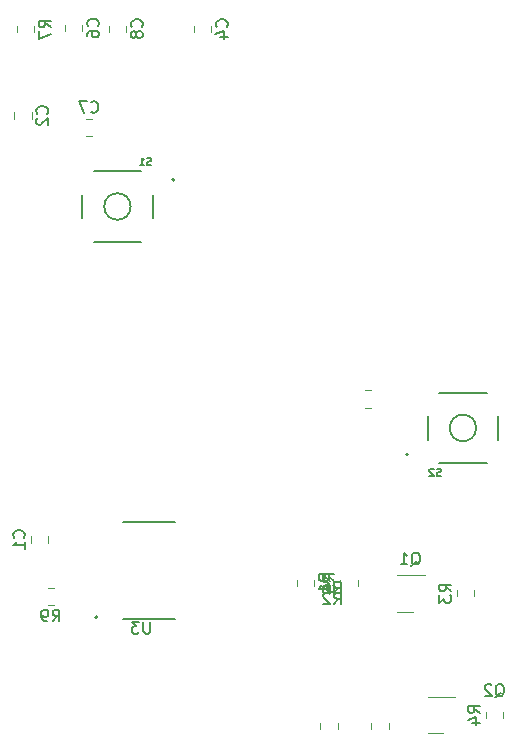
<source format=gbo>
%TF.GenerationSoftware,KiCad,Pcbnew,(6.0.2)*%
%TF.CreationDate,2022-05-17T13:56:57+02:00*%
%TF.ProjectId,PCB_VuilBak,5043425f-5675-4696-9c42-616b2e6b6963,rev?*%
%TF.SameCoordinates,Original*%
%TF.FileFunction,Legend,Bot*%
%TF.FilePolarity,Positive*%
%FSLAX46Y46*%
G04 Gerber Fmt 4.6, Leading zero omitted, Abs format (unit mm)*
G04 Created by KiCad (PCBNEW (6.0.2)) date 2022-05-17 13:56:57*
%MOMM*%
%LPD*%
G01*
G04 APERTURE LIST*
%ADD10C,0.150000*%
%ADD11C,0.120000*%
%ADD12C,0.127000*%
%ADD13C,0.200000*%
G04 APERTURE END LIST*
D10*
%TO.C,C8*%
X147937142Y-27883333D02*
X147984761Y-27835714D01*
X148032380Y-27692857D01*
X148032380Y-27597619D01*
X147984761Y-27454761D01*
X147889523Y-27359523D01*
X147794285Y-27311904D01*
X147603809Y-27264285D01*
X147460952Y-27264285D01*
X147270476Y-27311904D01*
X147175238Y-27359523D01*
X147080000Y-27454761D01*
X147032380Y-27597619D01*
X147032380Y-27692857D01*
X147080000Y-27835714D01*
X147127619Y-27883333D01*
X147460952Y-28454761D02*
X147413333Y-28359523D01*
X147365714Y-28311904D01*
X147270476Y-28264285D01*
X147222857Y-28264285D01*
X147127619Y-28311904D01*
X147080000Y-28359523D01*
X147032380Y-28454761D01*
X147032380Y-28645238D01*
X147080000Y-28740476D01*
X147127619Y-28788095D01*
X147222857Y-28835714D01*
X147270476Y-28835714D01*
X147365714Y-28788095D01*
X147413333Y-28740476D01*
X147460952Y-28645238D01*
X147460952Y-28454761D01*
X147508571Y-28359523D01*
X147556190Y-28311904D01*
X147651428Y-28264285D01*
X147841904Y-28264285D01*
X147937142Y-28311904D01*
X147984761Y-28359523D01*
X148032380Y-28454761D01*
X148032380Y-28645238D01*
X147984761Y-28740476D01*
X147937142Y-28788095D01*
X147841904Y-28835714D01*
X147651428Y-28835714D01*
X147556190Y-28788095D01*
X147508571Y-28740476D01*
X147460952Y-28645238D01*
%TO.C,R9*%
X140416666Y-78232380D02*
X140750000Y-77756190D01*
X140988095Y-78232380D02*
X140988095Y-77232380D01*
X140607142Y-77232380D01*
X140511904Y-77280000D01*
X140464285Y-77327619D01*
X140416666Y-77422857D01*
X140416666Y-77565714D01*
X140464285Y-77660952D01*
X140511904Y-77708571D01*
X140607142Y-77756190D01*
X140988095Y-77756190D01*
X139940476Y-78232380D02*
X139750000Y-78232380D01*
X139654761Y-78184761D01*
X139607142Y-78137142D01*
X139511904Y-77994285D01*
X139464285Y-77803809D01*
X139464285Y-77422857D01*
X139511904Y-77327619D01*
X139559523Y-77280000D01*
X139654761Y-77232380D01*
X139845238Y-77232380D01*
X139940476Y-77280000D01*
X139988095Y-77327619D01*
X140035714Y-77422857D01*
X140035714Y-77660952D01*
X139988095Y-77756190D01*
X139940476Y-77803809D01*
X139845238Y-77851428D01*
X139654761Y-77851428D01*
X139559523Y-77803809D01*
X139511904Y-77756190D01*
X139464285Y-77660952D01*
%TO.C,U3*%
X148671904Y-78259380D02*
X148671904Y-79068904D01*
X148624285Y-79164142D01*
X148576666Y-79211761D01*
X148481428Y-79259380D01*
X148290952Y-79259380D01*
X148195714Y-79211761D01*
X148148095Y-79164142D01*
X148100476Y-79068904D01*
X148100476Y-78259380D01*
X147719523Y-78259380D02*
X147100476Y-78259380D01*
X147433809Y-78640333D01*
X147290952Y-78640333D01*
X147195714Y-78687952D01*
X147148095Y-78735571D01*
X147100476Y-78830809D01*
X147100476Y-79068904D01*
X147148095Y-79164142D01*
X147195714Y-79211761D01*
X147290952Y-79259380D01*
X147576666Y-79259380D01*
X147671904Y-79211761D01*
X147719523Y-79164142D01*
%TO.C,R3*%
X174153630Y-75683333D02*
X173677440Y-75350000D01*
X174153630Y-75111904D02*
X173153630Y-75111904D01*
X173153630Y-75492857D01*
X173201250Y-75588095D01*
X173248869Y-75635714D01*
X173344107Y-75683333D01*
X173486964Y-75683333D01*
X173582202Y-75635714D01*
X173629821Y-75588095D01*
X173677440Y-75492857D01*
X173677440Y-75111904D01*
X173153630Y-76016666D02*
X173153630Y-76635714D01*
X173534583Y-76302380D01*
X173534583Y-76445238D01*
X173582202Y-76540476D01*
X173629821Y-76588095D01*
X173725059Y-76635714D01*
X173963154Y-76635714D01*
X174058392Y-76588095D01*
X174106011Y-76540476D01*
X174153630Y-76445238D01*
X174153630Y-76159523D01*
X174106011Y-76064285D01*
X174058392Y-76016666D01*
%TO.C,R7*%
X140232380Y-27933333D02*
X139756190Y-27600000D01*
X140232380Y-27361904D02*
X139232380Y-27361904D01*
X139232380Y-27742857D01*
X139280000Y-27838095D01*
X139327619Y-27885714D01*
X139422857Y-27933333D01*
X139565714Y-27933333D01*
X139660952Y-27885714D01*
X139708571Y-27838095D01*
X139756190Y-27742857D01*
X139756190Y-27361904D01*
X139232380Y-28266666D02*
X139232380Y-28933333D01*
X140232380Y-28504761D01*
%TO.C,Q1*%
X170776488Y-73497619D02*
X170871726Y-73450000D01*
X170966964Y-73354761D01*
X171109821Y-73211904D01*
X171205059Y-73164285D01*
X171300297Y-73164285D01*
X171252678Y-73402380D02*
X171347916Y-73354761D01*
X171443154Y-73259523D01*
X171490773Y-73069047D01*
X171490773Y-72735714D01*
X171443154Y-72545238D01*
X171347916Y-72450000D01*
X171252678Y-72402380D01*
X171062202Y-72402380D01*
X170966964Y-72450000D01*
X170871726Y-72545238D01*
X170824107Y-72735714D01*
X170824107Y-73069047D01*
X170871726Y-73259523D01*
X170966964Y-73354761D01*
X171062202Y-73402380D01*
X171252678Y-73402380D01*
X169871726Y-73402380D02*
X170443154Y-73402380D01*
X170157440Y-73402380D02*
X170157440Y-72402380D01*
X170252678Y-72545238D01*
X170347916Y-72640476D01*
X170443154Y-72688095D01*
%TO.C,C1*%
X137977142Y-71133333D02*
X138024761Y-71085714D01*
X138072380Y-70942857D01*
X138072380Y-70847619D01*
X138024761Y-70704761D01*
X137929523Y-70609523D01*
X137834285Y-70561904D01*
X137643809Y-70514285D01*
X137500952Y-70514285D01*
X137310476Y-70561904D01*
X137215238Y-70609523D01*
X137120000Y-70704761D01*
X137072380Y-70847619D01*
X137072380Y-70942857D01*
X137120000Y-71085714D01*
X137167619Y-71133333D01*
X138072380Y-72085714D02*
X138072380Y-71514285D01*
X138072380Y-71800000D02*
X137072380Y-71800000D01*
X137215238Y-71704761D01*
X137310476Y-71609523D01*
X137358095Y-71514285D01*
%TO.C,S2*%
X173275981Y-65891853D02*
X173185879Y-65921887D01*
X173035709Y-65921887D01*
X172975641Y-65891853D01*
X172945607Y-65861819D01*
X172915573Y-65801751D01*
X172915573Y-65741683D01*
X172945607Y-65681615D01*
X172975641Y-65651581D01*
X173035709Y-65621547D01*
X173155845Y-65591513D01*
X173215913Y-65561479D01*
X173245947Y-65531445D01*
X173275981Y-65471377D01*
X173275981Y-65411309D01*
X173245947Y-65351241D01*
X173215913Y-65321207D01*
X173155845Y-65291173D01*
X173005675Y-65291173D01*
X172915573Y-65321207D01*
X172675301Y-65351241D02*
X172645267Y-65321207D01*
X172585199Y-65291173D01*
X172435029Y-65291173D01*
X172374961Y-65321207D01*
X172344927Y-65351241D01*
X172314893Y-65411309D01*
X172314893Y-65471377D01*
X172344927Y-65561479D01*
X172705335Y-65921887D01*
X172314893Y-65921887D01*
%TO.C,C6*%
X144237142Y-27833333D02*
X144284761Y-27785714D01*
X144332380Y-27642857D01*
X144332380Y-27547619D01*
X144284761Y-27404761D01*
X144189523Y-27309523D01*
X144094285Y-27261904D01*
X143903809Y-27214285D01*
X143760952Y-27214285D01*
X143570476Y-27261904D01*
X143475238Y-27309523D01*
X143380000Y-27404761D01*
X143332380Y-27547619D01*
X143332380Y-27642857D01*
X143380000Y-27785714D01*
X143427619Y-27833333D01*
X143332380Y-28690476D02*
X143332380Y-28500000D01*
X143380000Y-28404761D01*
X143427619Y-28357142D01*
X143570476Y-28261904D01*
X143760952Y-28214285D01*
X144141904Y-28214285D01*
X144237142Y-28261904D01*
X144284761Y-28309523D01*
X144332380Y-28404761D01*
X144332380Y-28595238D01*
X144284761Y-28690476D01*
X144237142Y-28738095D01*
X144141904Y-28785714D01*
X143903809Y-28785714D01*
X143808571Y-28738095D01*
X143760952Y-28690476D01*
X143713333Y-28595238D01*
X143713333Y-28404761D01*
X143760952Y-28309523D01*
X143808571Y-28261904D01*
X143903809Y-28214285D01*
%TO.C,R2*%
X164266666Y-76797380D02*
X164600000Y-76321190D01*
X164838095Y-76797380D02*
X164838095Y-75797380D01*
X164457142Y-75797380D01*
X164361904Y-75845000D01*
X164314285Y-75892619D01*
X164266666Y-75987857D01*
X164266666Y-76130714D01*
X164314285Y-76225952D01*
X164361904Y-76273571D01*
X164457142Y-76321190D01*
X164838095Y-76321190D01*
X163885714Y-75892619D02*
X163838095Y-75845000D01*
X163742857Y-75797380D01*
X163504761Y-75797380D01*
X163409523Y-75845000D01*
X163361904Y-75892619D01*
X163314285Y-75987857D01*
X163314285Y-76083095D01*
X163361904Y-76225952D01*
X163933333Y-76797380D01*
X163314285Y-76797380D01*
%TO.C,R4*%
X176597380Y-85983333D02*
X176121190Y-85650000D01*
X176597380Y-85411904D02*
X175597380Y-85411904D01*
X175597380Y-85792857D01*
X175645000Y-85888095D01*
X175692619Y-85935714D01*
X175787857Y-85983333D01*
X175930714Y-85983333D01*
X176025952Y-85935714D01*
X176073571Y-85888095D01*
X176121190Y-85792857D01*
X176121190Y-85411904D01*
X175930714Y-86840476D02*
X176597380Y-86840476D01*
X175549761Y-86602380D02*
X176264047Y-86364285D01*
X176264047Y-86983333D01*
%TO.C,C7*%
X143666666Y-35077142D02*
X143714285Y-35124761D01*
X143857142Y-35172380D01*
X143952380Y-35172380D01*
X144095238Y-35124761D01*
X144190476Y-35029523D01*
X144238095Y-34934285D01*
X144285714Y-34743809D01*
X144285714Y-34600952D01*
X144238095Y-34410476D01*
X144190476Y-34315238D01*
X144095238Y-34220000D01*
X143952380Y-34172380D01*
X143857142Y-34172380D01*
X143714285Y-34220000D01*
X143666666Y-34267619D01*
X143333333Y-34172380D02*
X142666666Y-34172380D01*
X143095238Y-35172380D01*
%TO.C,R1*%
X163932380Y-74783333D02*
X163456190Y-74450000D01*
X163932380Y-74211904D02*
X162932380Y-74211904D01*
X162932380Y-74592857D01*
X162980000Y-74688095D01*
X163027619Y-74735714D01*
X163122857Y-74783333D01*
X163265714Y-74783333D01*
X163360952Y-74735714D01*
X163408571Y-74688095D01*
X163456190Y-74592857D01*
X163456190Y-74211904D01*
X163932380Y-75735714D02*
X163932380Y-75164285D01*
X163932380Y-75450000D02*
X162932380Y-75450000D01*
X163075238Y-75354761D01*
X163170476Y-75259523D01*
X163218095Y-75164285D01*
%TO.C,C2*%
X139937142Y-35233333D02*
X139984761Y-35185714D01*
X140032380Y-35042857D01*
X140032380Y-34947619D01*
X139984761Y-34804761D01*
X139889523Y-34709523D01*
X139794285Y-34661904D01*
X139603809Y-34614285D01*
X139460952Y-34614285D01*
X139270476Y-34661904D01*
X139175238Y-34709523D01*
X139080000Y-34804761D01*
X139032380Y-34947619D01*
X139032380Y-35042857D01*
X139080000Y-35185714D01*
X139127619Y-35233333D01*
X139127619Y-35614285D02*
X139080000Y-35661904D01*
X139032380Y-35757142D01*
X139032380Y-35995238D01*
X139080000Y-36090476D01*
X139127619Y-36138095D01*
X139222857Y-36185714D01*
X139318095Y-36185714D01*
X139460952Y-36138095D01*
X140032380Y-35566666D01*
X140032380Y-36185714D01*
%TO.C,R5*%
X164272380Y-74783333D02*
X163796190Y-74450000D01*
X164272380Y-74211904D02*
X163272380Y-74211904D01*
X163272380Y-74592857D01*
X163320000Y-74688095D01*
X163367619Y-74735714D01*
X163462857Y-74783333D01*
X163605714Y-74783333D01*
X163700952Y-74735714D01*
X163748571Y-74688095D01*
X163796190Y-74592857D01*
X163796190Y-74211904D01*
X163272380Y-75688095D02*
X163272380Y-75211904D01*
X163748571Y-75164285D01*
X163700952Y-75211904D01*
X163653333Y-75307142D01*
X163653333Y-75545238D01*
X163700952Y-75640476D01*
X163748571Y-75688095D01*
X163843809Y-75735714D01*
X164081904Y-75735714D01*
X164177142Y-75688095D01*
X164224761Y-75640476D01*
X164272380Y-75545238D01*
X164272380Y-75307142D01*
X164224761Y-75211904D01*
X164177142Y-75164285D01*
%TO.C,R6*%
X164216666Y-75857380D02*
X164550000Y-75381190D01*
X164788095Y-75857380D02*
X164788095Y-74857380D01*
X164407142Y-74857380D01*
X164311904Y-74905000D01*
X164264285Y-74952619D01*
X164216666Y-75047857D01*
X164216666Y-75190714D01*
X164264285Y-75285952D01*
X164311904Y-75333571D01*
X164407142Y-75381190D01*
X164788095Y-75381190D01*
X163359523Y-74857380D02*
X163550000Y-74857380D01*
X163645238Y-74905000D01*
X163692857Y-74952619D01*
X163788095Y-75095476D01*
X163835714Y-75285952D01*
X163835714Y-75666904D01*
X163788095Y-75762142D01*
X163740476Y-75809761D01*
X163645238Y-75857380D01*
X163454761Y-75857380D01*
X163359523Y-75809761D01*
X163311904Y-75762142D01*
X163264285Y-75666904D01*
X163264285Y-75428809D01*
X163311904Y-75333571D01*
X163359523Y-75285952D01*
X163454761Y-75238333D01*
X163645238Y-75238333D01*
X163740476Y-75285952D01*
X163788095Y-75333571D01*
X163835714Y-75428809D01*
%TO.C,Q2*%
X177882738Y-84647619D02*
X177977976Y-84600000D01*
X178073214Y-84504761D01*
X178216071Y-84361904D01*
X178311309Y-84314285D01*
X178406547Y-84314285D01*
X178358928Y-84552380D02*
X178454166Y-84504761D01*
X178549404Y-84409523D01*
X178597023Y-84219047D01*
X178597023Y-83885714D01*
X178549404Y-83695238D01*
X178454166Y-83600000D01*
X178358928Y-83552380D01*
X178168452Y-83552380D01*
X178073214Y-83600000D01*
X177977976Y-83695238D01*
X177930357Y-83885714D01*
X177930357Y-84219047D01*
X177977976Y-84409523D01*
X178073214Y-84504761D01*
X178168452Y-84552380D01*
X178358928Y-84552380D01*
X177549404Y-83647619D02*
X177501785Y-83600000D01*
X177406547Y-83552380D01*
X177168452Y-83552380D01*
X177073214Y-83600000D01*
X177025595Y-83647619D01*
X176977976Y-83742857D01*
X176977976Y-83838095D01*
X177025595Y-83980952D01*
X177597023Y-84552380D01*
X176977976Y-84552380D01*
%TO.C,S1*%
X148735107Y-39568725D02*
X148645005Y-39598759D01*
X148494835Y-39598759D01*
X148434767Y-39568725D01*
X148404733Y-39538691D01*
X148374699Y-39478623D01*
X148374699Y-39418555D01*
X148404733Y-39358487D01*
X148434767Y-39328453D01*
X148494835Y-39298419D01*
X148614971Y-39268385D01*
X148675039Y-39238351D01*
X148705073Y-39208317D01*
X148735107Y-39148249D01*
X148735107Y-39088181D01*
X148705073Y-39028113D01*
X148675039Y-38998079D01*
X148614971Y-38968045D01*
X148464801Y-38968045D01*
X148374699Y-38998079D01*
X147774019Y-39598759D02*
X148134427Y-39598759D01*
X147954223Y-39598759D02*
X147954223Y-38968045D01*
X148014291Y-39058147D01*
X148074359Y-39118215D01*
X148134427Y-39148249D01*
%TO.C,C4*%
X155137142Y-27883333D02*
X155184761Y-27835714D01*
X155232380Y-27692857D01*
X155232380Y-27597619D01*
X155184761Y-27454761D01*
X155089523Y-27359523D01*
X154994285Y-27311904D01*
X154803809Y-27264285D01*
X154660952Y-27264285D01*
X154470476Y-27311904D01*
X154375238Y-27359523D01*
X154280000Y-27454761D01*
X154232380Y-27597619D01*
X154232380Y-27692857D01*
X154280000Y-27835714D01*
X154327619Y-27883333D01*
X154565714Y-28740476D02*
X155232380Y-28740476D01*
X154184761Y-28502380D02*
X154899047Y-28264285D01*
X154899047Y-28883333D01*
D11*
%TO.C,C8*%
X145165000Y-28311252D02*
X145165000Y-27788748D01*
X146635000Y-28311252D02*
X146635000Y-27788748D01*
%TO.C,R9*%
X139988748Y-76835000D02*
X140511252Y-76835000D01*
X139988748Y-75365000D02*
X140511252Y-75365000D01*
D12*
%TO.C,U3*%
X146355000Y-69795000D02*
X150755000Y-69795000D01*
X146355000Y-77995000D02*
X150755000Y-77995000D01*
D13*
X144215000Y-77880000D02*
G75*
G03*
X144215000Y-77880000I-100000J0D01*
G01*
D11*
%TO.C,R3*%
X176116250Y-75588748D02*
X176116250Y-76111252D01*
X174646250Y-75588748D02*
X174646250Y-76111252D01*
%TO.C,R7*%
X138835000Y-28361252D02*
X138835000Y-27838748D01*
X137365000Y-28361252D02*
X137365000Y-27838748D01*
%TO.C,Q1*%
X170231250Y-77460000D02*
X169581250Y-77460000D01*
X170231250Y-74340000D02*
X171906250Y-74340000D01*
X170231250Y-74340000D02*
X169581250Y-74340000D01*
X170231250Y-77460000D02*
X170881250Y-77460000D01*
%TO.C,C1*%
X140035000Y-71038748D02*
X140035000Y-71561252D01*
X138565000Y-71038748D02*
X138565000Y-71561252D01*
D12*
%TO.C,S2*%
X173150000Y-58850000D02*
X177150000Y-58850000D01*
X172150000Y-62850000D02*
X172150000Y-60850000D01*
X178150000Y-62850000D02*
X178150000Y-60850000D01*
X173150000Y-64850000D02*
X177150000Y-64850000D01*
D13*
X170517000Y-64121100D02*
G75*
G03*
X170517000Y-64121100I-100000J0D01*
G01*
D12*
X176268030Y-61850000D02*
G75*
G03*
X176268030Y-61850000I-1118030J0D01*
G01*
D11*
%TO.C,C6*%
X141465000Y-28261252D02*
X141465000Y-27738748D01*
X142935000Y-28261252D02*
X142935000Y-27738748D01*
%TO.C,R2*%
X167390000Y-86788748D02*
X167390000Y-87311252D01*
X168860000Y-86788748D02*
X168860000Y-87311252D01*
%TO.C,R4*%
X177090000Y-85888748D02*
X177090000Y-86411252D01*
X178560000Y-85888748D02*
X178560000Y-86411252D01*
%TO.C,C7*%
X143761252Y-35665000D02*
X143238748Y-35665000D01*
X143761252Y-37135000D02*
X143238748Y-37135000D01*
%TO.C,R1*%
X161065000Y-75211252D02*
X161065000Y-74688748D01*
X162535000Y-75211252D02*
X162535000Y-74688748D01*
%TO.C,C2*%
X138635000Y-35661252D02*
X138635000Y-35138748D01*
X137165000Y-35661252D02*
X137165000Y-35138748D01*
%TO.C,R8*%
X167361252Y-60135000D02*
X166838748Y-60135000D01*
X167361252Y-58665000D02*
X166838748Y-58665000D01*
%TO.C,R5*%
X164765000Y-74688748D02*
X164765000Y-75211252D01*
X166235000Y-74688748D02*
X166235000Y-75211252D01*
%TO.C,R6*%
X164560000Y-87361252D02*
X164560000Y-86838748D01*
X163090000Y-87361252D02*
X163090000Y-86838748D01*
%TO.C,Q2*%
X172825000Y-84590000D02*
X172175000Y-84590000D01*
X172825000Y-87710000D02*
X172175000Y-87710000D01*
X172825000Y-84590000D02*
X174500000Y-84590000D01*
X172825000Y-87710000D02*
X173475000Y-87710000D01*
D12*
%TO.C,S1*%
X147900000Y-40100000D02*
X143900000Y-40100000D01*
X142900000Y-42100000D02*
X142900000Y-44100000D01*
X147900000Y-46100000D02*
X143900000Y-46100000D01*
X148900000Y-42100000D02*
X148900000Y-44100000D01*
X147018030Y-43100000D02*
G75*
G03*
X147018030Y-43100000I-1118030J0D01*
G01*
D13*
X150733000Y-40828900D02*
G75*
G03*
X150733000Y-40828900I-100000J0D01*
G01*
D11*
%TO.C,C4*%
X153835000Y-28311252D02*
X153835000Y-27788748D01*
X152365000Y-28311252D02*
X152365000Y-27788748D01*
%TD*%
M02*

</source>
